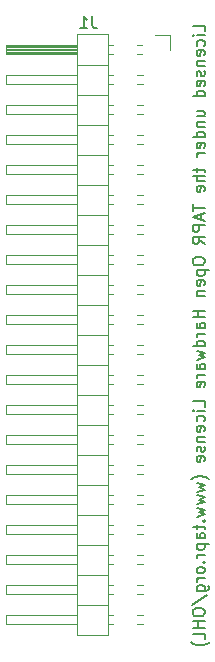
<source format=gbr>
%TF.GenerationSoftware,KiCad,Pcbnew,7.0.8*%
%TF.CreationDate,2023-11-02T18:43:55+01:00*%
%TF.ProjectId,eth,6574682e-6b69-4636-9164-5f7063625858,1*%
%TF.SameCoordinates,PX5f5e100PY7bfa480*%
%TF.FileFunction,Legend,Bot*%
%TF.FilePolarity,Positive*%
%FSLAX46Y46*%
G04 Gerber Fmt 4.6, Leading zero omitted, Abs format (unit mm)*
G04 Created by KiCad (PCBNEW 7.0.8) date 2023-11-02 18:43:55*
%MOMM*%
%LPD*%
G01*
G04 APERTURE LIST*
%ADD10C,0.150000*%
%ADD11C,0.120000*%
G04 APERTURE END LIST*
D10*
X15185819Y75694631D02*
X15185819Y76170821D01*
X15185819Y76170821D02*
X14185819Y76170821D01*
X15185819Y75361297D02*
X14519152Y75361297D01*
X14185819Y75361297D02*
X14233438Y75408916D01*
X14233438Y75408916D02*
X14281057Y75361297D01*
X14281057Y75361297D02*
X14233438Y75313678D01*
X14233438Y75313678D02*
X14185819Y75361297D01*
X14185819Y75361297D02*
X14281057Y75361297D01*
X15138200Y74456536D02*
X15185819Y74551774D01*
X15185819Y74551774D02*
X15185819Y74742250D01*
X15185819Y74742250D02*
X15138200Y74837488D01*
X15138200Y74837488D02*
X15090580Y74885107D01*
X15090580Y74885107D02*
X14995342Y74932726D01*
X14995342Y74932726D02*
X14709628Y74932726D01*
X14709628Y74932726D02*
X14614390Y74885107D01*
X14614390Y74885107D02*
X14566771Y74837488D01*
X14566771Y74837488D02*
X14519152Y74742250D01*
X14519152Y74742250D02*
X14519152Y74551774D01*
X14519152Y74551774D02*
X14566771Y74456536D01*
X15138200Y73647012D02*
X15185819Y73742250D01*
X15185819Y73742250D02*
X15185819Y73932726D01*
X15185819Y73932726D02*
X15138200Y74027964D01*
X15138200Y74027964D02*
X15042961Y74075583D01*
X15042961Y74075583D02*
X14662009Y74075583D01*
X14662009Y74075583D02*
X14566771Y74027964D01*
X14566771Y74027964D02*
X14519152Y73932726D01*
X14519152Y73932726D02*
X14519152Y73742250D01*
X14519152Y73742250D02*
X14566771Y73647012D01*
X14566771Y73647012D02*
X14662009Y73599393D01*
X14662009Y73599393D02*
X14757247Y73599393D01*
X14757247Y73599393D02*
X14852485Y74075583D01*
X14519152Y73170821D02*
X15185819Y73170821D01*
X14614390Y73170821D02*
X14566771Y73123202D01*
X14566771Y73123202D02*
X14519152Y73027964D01*
X14519152Y73027964D02*
X14519152Y72885107D01*
X14519152Y72885107D02*
X14566771Y72789869D01*
X14566771Y72789869D02*
X14662009Y72742250D01*
X14662009Y72742250D02*
X15185819Y72742250D01*
X15138200Y72313678D02*
X15185819Y72218440D01*
X15185819Y72218440D02*
X15185819Y72027964D01*
X15185819Y72027964D02*
X15138200Y71932726D01*
X15138200Y71932726D02*
X15042961Y71885107D01*
X15042961Y71885107D02*
X14995342Y71885107D01*
X14995342Y71885107D02*
X14900104Y71932726D01*
X14900104Y71932726D02*
X14852485Y72027964D01*
X14852485Y72027964D02*
X14852485Y72170821D01*
X14852485Y72170821D02*
X14804866Y72266059D01*
X14804866Y72266059D02*
X14709628Y72313678D01*
X14709628Y72313678D02*
X14662009Y72313678D01*
X14662009Y72313678D02*
X14566771Y72266059D01*
X14566771Y72266059D02*
X14519152Y72170821D01*
X14519152Y72170821D02*
X14519152Y72027964D01*
X14519152Y72027964D02*
X14566771Y71932726D01*
X15138200Y71075583D02*
X15185819Y71170821D01*
X15185819Y71170821D02*
X15185819Y71361297D01*
X15185819Y71361297D02*
X15138200Y71456535D01*
X15138200Y71456535D02*
X15042961Y71504154D01*
X15042961Y71504154D02*
X14662009Y71504154D01*
X14662009Y71504154D02*
X14566771Y71456535D01*
X14566771Y71456535D02*
X14519152Y71361297D01*
X14519152Y71361297D02*
X14519152Y71170821D01*
X14519152Y71170821D02*
X14566771Y71075583D01*
X14566771Y71075583D02*
X14662009Y71027964D01*
X14662009Y71027964D02*
X14757247Y71027964D01*
X14757247Y71027964D02*
X14852485Y71504154D01*
X15185819Y70170821D02*
X14185819Y70170821D01*
X15138200Y70170821D02*
X15185819Y70266059D01*
X15185819Y70266059D02*
X15185819Y70456535D01*
X15185819Y70456535D02*
X15138200Y70551773D01*
X15138200Y70551773D02*
X15090580Y70599392D01*
X15090580Y70599392D02*
X14995342Y70647011D01*
X14995342Y70647011D02*
X14709628Y70647011D01*
X14709628Y70647011D02*
X14614390Y70599392D01*
X14614390Y70599392D02*
X14566771Y70551773D01*
X14566771Y70551773D02*
X14519152Y70456535D01*
X14519152Y70456535D02*
X14519152Y70266059D01*
X14519152Y70266059D02*
X14566771Y70170821D01*
X14519152Y68504154D02*
X15185819Y68504154D01*
X14519152Y68932725D02*
X15042961Y68932725D01*
X15042961Y68932725D02*
X15138200Y68885106D01*
X15138200Y68885106D02*
X15185819Y68789868D01*
X15185819Y68789868D02*
X15185819Y68647011D01*
X15185819Y68647011D02*
X15138200Y68551773D01*
X15138200Y68551773D02*
X15090580Y68504154D01*
X14519152Y68027963D02*
X15185819Y68027963D01*
X14614390Y68027963D02*
X14566771Y67980344D01*
X14566771Y67980344D02*
X14519152Y67885106D01*
X14519152Y67885106D02*
X14519152Y67742249D01*
X14519152Y67742249D02*
X14566771Y67647011D01*
X14566771Y67647011D02*
X14662009Y67599392D01*
X14662009Y67599392D02*
X15185819Y67599392D01*
X15185819Y66694630D02*
X14185819Y66694630D01*
X15138200Y66694630D02*
X15185819Y66789868D01*
X15185819Y66789868D02*
X15185819Y66980344D01*
X15185819Y66980344D02*
X15138200Y67075582D01*
X15138200Y67075582D02*
X15090580Y67123201D01*
X15090580Y67123201D02*
X14995342Y67170820D01*
X14995342Y67170820D02*
X14709628Y67170820D01*
X14709628Y67170820D02*
X14614390Y67123201D01*
X14614390Y67123201D02*
X14566771Y67075582D01*
X14566771Y67075582D02*
X14519152Y66980344D01*
X14519152Y66980344D02*
X14519152Y66789868D01*
X14519152Y66789868D02*
X14566771Y66694630D01*
X15138200Y65837487D02*
X15185819Y65932725D01*
X15185819Y65932725D02*
X15185819Y66123201D01*
X15185819Y66123201D02*
X15138200Y66218439D01*
X15138200Y66218439D02*
X15042961Y66266058D01*
X15042961Y66266058D02*
X14662009Y66266058D01*
X14662009Y66266058D02*
X14566771Y66218439D01*
X14566771Y66218439D02*
X14519152Y66123201D01*
X14519152Y66123201D02*
X14519152Y65932725D01*
X14519152Y65932725D02*
X14566771Y65837487D01*
X14566771Y65837487D02*
X14662009Y65789868D01*
X14662009Y65789868D02*
X14757247Y65789868D01*
X14757247Y65789868D02*
X14852485Y66266058D01*
X15185819Y65361296D02*
X14519152Y65361296D01*
X14709628Y65361296D02*
X14614390Y65313677D01*
X14614390Y65313677D02*
X14566771Y65266058D01*
X14566771Y65266058D02*
X14519152Y65170820D01*
X14519152Y65170820D02*
X14519152Y65075582D01*
X14519152Y64123200D02*
X14519152Y63742248D01*
X14185819Y63980343D02*
X15042961Y63980343D01*
X15042961Y63980343D02*
X15138200Y63932724D01*
X15138200Y63932724D02*
X15185819Y63837486D01*
X15185819Y63837486D02*
X15185819Y63742248D01*
X15185819Y63408914D02*
X14185819Y63408914D01*
X15185819Y62980343D02*
X14662009Y62980343D01*
X14662009Y62980343D02*
X14566771Y63027962D01*
X14566771Y63027962D02*
X14519152Y63123200D01*
X14519152Y63123200D02*
X14519152Y63266057D01*
X14519152Y63266057D02*
X14566771Y63361295D01*
X14566771Y63361295D02*
X14614390Y63408914D01*
X15138200Y62123200D02*
X15185819Y62218438D01*
X15185819Y62218438D02*
X15185819Y62408914D01*
X15185819Y62408914D02*
X15138200Y62504152D01*
X15138200Y62504152D02*
X15042961Y62551771D01*
X15042961Y62551771D02*
X14662009Y62551771D01*
X14662009Y62551771D02*
X14566771Y62504152D01*
X14566771Y62504152D02*
X14519152Y62408914D01*
X14519152Y62408914D02*
X14519152Y62218438D01*
X14519152Y62218438D02*
X14566771Y62123200D01*
X14566771Y62123200D02*
X14662009Y62075581D01*
X14662009Y62075581D02*
X14757247Y62075581D01*
X14757247Y62075581D02*
X14852485Y62551771D01*
X14185819Y61027961D02*
X14185819Y60456533D01*
X15185819Y60742247D02*
X14185819Y60742247D01*
X14900104Y60170818D02*
X14900104Y59694628D01*
X15185819Y60266056D02*
X14185819Y59932723D01*
X14185819Y59932723D02*
X15185819Y59599390D01*
X15185819Y59266056D02*
X14185819Y59266056D01*
X14185819Y59266056D02*
X14185819Y58885104D01*
X14185819Y58885104D02*
X14233438Y58789866D01*
X14233438Y58789866D02*
X14281057Y58742247D01*
X14281057Y58742247D02*
X14376295Y58694628D01*
X14376295Y58694628D02*
X14519152Y58694628D01*
X14519152Y58694628D02*
X14614390Y58742247D01*
X14614390Y58742247D02*
X14662009Y58789866D01*
X14662009Y58789866D02*
X14709628Y58885104D01*
X14709628Y58885104D02*
X14709628Y59266056D01*
X15185819Y57694628D02*
X14709628Y58027961D01*
X15185819Y58266056D02*
X14185819Y58266056D01*
X14185819Y58266056D02*
X14185819Y57885104D01*
X14185819Y57885104D02*
X14233438Y57789866D01*
X14233438Y57789866D02*
X14281057Y57742247D01*
X14281057Y57742247D02*
X14376295Y57694628D01*
X14376295Y57694628D02*
X14519152Y57694628D01*
X14519152Y57694628D02*
X14614390Y57742247D01*
X14614390Y57742247D02*
X14662009Y57789866D01*
X14662009Y57789866D02*
X14709628Y57885104D01*
X14709628Y57885104D02*
X14709628Y58266056D01*
X14185819Y56313675D02*
X14185819Y56123199D01*
X14185819Y56123199D02*
X14233438Y56027961D01*
X14233438Y56027961D02*
X14328676Y55932723D01*
X14328676Y55932723D02*
X14519152Y55885104D01*
X14519152Y55885104D02*
X14852485Y55885104D01*
X14852485Y55885104D02*
X15042961Y55932723D01*
X15042961Y55932723D02*
X15138200Y56027961D01*
X15138200Y56027961D02*
X15185819Y56123199D01*
X15185819Y56123199D02*
X15185819Y56313675D01*
X15185819Y56313675D02*
X15138200Y56408913D01*
X15138200Y56408913D02*
X15042961Y56504151D01*
X15042961Y56504151D02*
X14852485Y56551770D01*
X14852485Y56551770D02*
X14519152Y56551770D01*
X14519152Y56551770D02*
X14328676Y56504151D01*
X14328676Y56504151D02*
X14233438Y56408913D01*
X14233438Y56408913D02*
X14185819Y56313675D01*
X14519152Y55456532D02*
X15519152Y55456532D01*
X14566771Y55456532D02*
X14519152Y55361294D01*
X14519152Y55361294D02*
X14519152Y55170818D01*
X14519152Y55170818D02*
X14566771Y55075580D01*
X14566771Y55075580D02*
X14614390Y55027961D01*
X14614390Y55027961D02*
X14709628Y54980342D01*
X14709628Y54980342D02*
X14995342Y54980342D01*
X14995342Y54980342D02*
X15090580Y55027961D01*
X15090580Y55027961D02*
X15138200Y55075580D01*
X15138200Y55075580D02*
X15185819Y55170818D01*
X15185819Y55170818D02*
X15185819Y55361294D01*
X15185819Y55361294D02*
X15138200Y55456532D01*
X15138200Y54170818D02*
X15185819Y54266056D01*
X15185819Y54266056D02*
X15185819Y54456532D01*
X15185819Y54456532D02*
X15138200Y54551770D01*
X15138200Y54551770D02*
X15042961Y54599389D01*
X15042961Y54599389D02*
X14662009Y54599389D01*
X14662009Y54599389D02*
X14566771Y54551770D01*
X14566771Y54551770D02*
X14519152Y54456532D01*
X14519152Y54456532D02*
X14519152Y54266056D01*
X14519152Y54266056D02*
X14566771Y54170818D01*
X14566771Y54170818D02*
X14662009Y54123199D01*
X14662009Y54123199D02*
X14757247Y54123199D01*
X14757247Y54123199D02*
X14852485Y54599389D01*
X14519152Y53694627D02*
X15185819Y53694627D01*
X14614390Y53694627D02*
X14566771Y53647008D01*
X14566771Y53647008D02*
X14519152Y53551770D01*
X14519152Y53551770D02*
X14519152Y53408913D01*
X14519152Y53408913D02*
X14566771Y53313675D01*
X14566771Y53313675D02*
X14662009Y53266056D01*
X14662009Y53266056D02*
X15185819Y53266056D01*
X15185819Y52027960D02*
X14185819Y52027960D01*
X14662009Y52027960D02*
X14662009Y51456532D01*
X15185819Y51456532D02*
X14185819Y51456532D01*
X15185819Y50551770D02*
X14662009Y50551770D01*
X14662009Y50551770D02*
X14566771Y50599389D01*
X14566771Y50599389D02*
X14519152Y50694627D01*
X14519152Y50694627D02*
X14519152Y50885103D01*
X14519152Y50885103D02*
X14566771Y50980341D01*
X15138200Y50551770D02*
X15185819Y50647008D01*
X15185819Y50647008D02*
X15185819Y50885103D01*
X15185819Y50885103D02*
X15138200Y50980341D01*
X15138200Y50980341D02*
X15042961Y51027960D01*
X15042961Y51027960D02*
X14947723Y51027960D01*
X14947723Y51027960D02*
X14852485Y50980341D01*
X14852485Y50980341D02*
X14804866Y50885103D01*
X14804866Y50885103D02*
X14804866Y50647008D01*
X14804866Y50647008D02*
X14757247Y50551770D01*
X15185819Y50075579D02*
X14519152Y50075579D01*
X14709628Y50075579D02*
X14614390Y50027960D01*
X14614390Y50027960D02*
X14566771Y49980341D01*
X14566771Y49980341D02*
X14519152Y49885103D01*
X14519152Y49885103D02*
X14519152Y49789865D01*
X15185819Y49027960D02*
X14185819Y49027960D01*
X15138200Y49027960D02*
X15185819Y49123198D01*
X15185819Y49123198D02*
X15185819Y49313674D01*
X15185819Y49313674D02*
X15138200Y49408912D01*
X15138200Y49408912D02*
X15090580Y49456531D01*
X15090580Y49456531D02*
X14995342Y49504150D01*
X14995342Y49504150D02*
X14709628Y49504150D01*
X14709628Y49504150D02*
X14614390Y49456531D01*
X14614390Y49456531D02*
X14566771Y49408912D01*
X14566771Y49408912D02*
X14519152Y49313674D01*
X14519152Y49313674D02*
X14519152Y49123198D01*
X14519152Y49123198D02*
X14566771Y49027960D01*
X14519152Y48647007D02*
X15185819Y48456531D01*
X15185819Y48456531D02*
X14709628Y48266055D01*
X14709628Y48266055D02*
X15185819Y48075579D01*
X15185819Y48075579D02*
X14519152Y47885103D01*
X15185819Y47075579D02*
X14662009Y47075579D01*
X14662009Y47075579D02*
X14566771Y47123198D01*
X14566771Y47123198D02*
X14519152Y47218436D01*
X14519152Y47218436D02*
X14519152Y47408912D01*
X14519152Y47408912D02*
X14566771Y47504150D01*
X15138200Y47075579D02*
X15185819Y47170817D01*
X15185819Y47170817D02*
X15185819Y47408912D01*
X15185819Y47408912D02*
X15138200Y47504150D01*
X15138200Y47504150D02*
X15042961Y47551769D01*
X15042961Y47551769D02*
X14947723Y47551769D01*
X14947723Y47551769D02*
X14852485Y47504150D01*
X14852485Y47504150D02*
X14804866Y47408912D01*
X14804866Y47408912D02*
X14804866Y47170817D01*
X14804866Y47170817D02*
X14757247Y47075579D01*
X15185819Y46599388D02*
X14519152Y46599388D01*
X14709628Y46599388D02*
X14614390Y46551769D01*
X14614390Y46551769D02*
X14566771Y46504150D01*
X14566771Y46504150D02*
X14519152Y46408912D01*
X14519152Y46408912D02*
X14519152Y46313674D01*
X15138200Y45599388D02*
X15185819Y45694626D01*
X15185819Y45694626D02*
X15185819Y45885102D01*
X15185819Y45885102D02*
X15138200Y45980340D01*
X15138200Y45980340D02*
X15042961Y46027959D01*
X15042961Y46027959D02*
X14662009Y46027959D01*
X14662009Y46027959D02*
X14566771Y45980340D01*
X14566771Y45980340D02*
X14519152Y45885102D01*
X14519152Y45885102D02*
X14519152Y45694626D01*
X14519152Y45694626D02*
X14566771Y45599388D01*
X14566771Y45599388D02*
X14662009Y45551769D01*
X14662009Y45551769D02*
X14757247Y45551769D01*
X14757247Y45551769D02*
X14852485Y46027959D01*
X15185819Y43885102D02*
X15185819Y44361292D01*
X15185819Y44361292D02*
X14185819Y44361292D01*
X15185819Y43551768D02*
X14519152Y43551768D01*
X14185819Y43551768D02*
X14233438Y43599387D01*
X14233438Y43599387D02*
X14281057Y43551768D01*
X14281057Y43551768D02*
X14233438Y43504149D01*
X14233438Y43504149D02*
X14185819Y43551768D01*
X14185819Y43551768D02*
X14281057Y43551768D01*
X15138200Y42647007D02*
X15185819Y42742245D01*
X15185819Y42742245D02*
X15185819Y42932721D01*
X15185819Y42932721D02*
X15138200Y43027959D01*
X15138200Y43027959D02*
X15090580Y43075578D01*
X15090580Y43075578D02*
X14995342Y43123197D01*
X14995342Y43123197D02*
X14709628Y43123197D01*
X14709628Y43123197D02*
X14614390Y43075578D01*
X14614390Y43075578D02*
X14566771Y43027959D01*
X14566771Y43027959D02*
X14519152Y42932721D01*
X14519152Y42932721D02*
X14519152Y42742245D01*
X14519152Y42742245D02*
X14566771Y42647007D01*
X15138200Y41837483D02*
X15185819Y41932721D01*
X15185819Y41932721D02*
X15185819Y42123197D01*
X15185819Y42123197D02*
X15138200Y42218435D01*
X15138200Y42218435D02*
X15042961Y42266054D01*
X15042961Y42266054D02*
X14662009Y42266054D01*
X14662009Y42266054D02*
X14566771Y42218435D01*
X14566771Y42218435D02*
X14519152Y42123197D01*
X14519152Y42123197D02*
X14519152Y41932721D01*
X14519152Y41932721D02*
X14566771Y41837483D01*
X14566771Y41837483D02*
X14662009Y41789864D01*
X14662009Y41789864D02*
X14757247Y41789864D01*
X14757247Y41789864D02*
X14852485Y42266054D01*
X14519152Y41361292D02*
X15185819Y41361292D01*
X14614390Y41361292D02*
X14566771Y41313673D01*
X14566771Y41313673D02*
X14519152Y41218435D01*
X14519152Y41218435D02*
X14519152Y41075578D01*
X14519152Y41075578D02*
X14566771Y40980340D01*
X14566771Y40980340D02*
X14662009Y40932721D01*
X14662009Y40932721D02*
X15185819Y40932721D01*
X15138200Y40504149D02*
X15185819Y40408911D01*
X15185819Y40408911D02*
X15185819Y40218435D01*
X15185819Y40218435D02*
X15138200Y40123197D01*
X15138200Y40123197D02*
X15042961Y40075578D01*
X15042961Y40075578D02*
X14995342Y40075578D01*
X14995342Y40075578D02*
X14900104Y40123197D01*
X14900104Y40123197D02*
X14852485Y40218435D01*
X14852485Y40218435D02*
X14852485Y40361292D01*
X14852485Y40361292D02*
X14804866Y40456530D01*
X14804866Y40456530D02*
X14709628Y40504149D01*
X14709628Y40504149D02*
X14662009Y40504149D01*
X14662009Y40504149D02*
X14566771Y40456530D01*
X14566771Y40456530D02*
X14519152Y40361292D01*
X14519152Y40361292D02*
X14519152Y40218435D01*
X14519152Y40218435D02*
X14566771Y40123197D01*
X15138200Y39266054D02*
X15185819Y39361292D01*
X15185819Y39361292D02*
X15185819Y39551768D01*
X15185819Y39551768D02*
X15138200Y39647006D01*
X15138200Y39647006D02*
X15042961Y39694625D01*
X15042961Y39694625D02*
X14662009Y39694625D01*
X14662009Y39694625D02*
X14566771Y39647006D01*
X14566771Y39647006D02*
X14519152Y39551768D01*
X14519152Y39551768D02*
X14519152Y39361292D01*
X14519152Y39361292D02*
X14566771Y39266054D01*
X14566771Y39266054D02*
X14662009Y39218435D01*
X14662009Y39218435D02*
X14757247Y39218435D01*
X14757247Y39218435D02*
X14852485Y39694625D01*
X15566771Y37742244D02*
X15519152Y37789863D01*
X15519152Y37789863D02*
X15376295Y37885101D01*
X15376295Y37885101D02*
X15281057Y37932720D01*
X15281057Y37932720D02*
X15138200Y37980339D01*
X15138200Y37980339D02*
X14900104Y38027958D01*
X14900104Y38027958D02*
X14709628Y38027958D01*
X14709628Y38027958D02*
X14471533Y37980339D01*
X14471533Y37980339D02*
X14328676Y37932720D01*
X14328676Y37932720D02*
X14233438Y37885101D01*
X14233438Y37885101D02*
X14090580Y37789863D01*
X14090580Y37789863D02*
X14042961Y37742244D01*
X14519152Y37456529D02*
X15185819Y37266053D01*
X15185819Y37266053D02*
X14709628Y37075577D01*
X14709628Y37075577D02*
X15185819Y36885101D01*
X15185819Y36885101D02*
X14519152Y36694625D01*
X14519152Y36408910D02*
X15185819Y36218434D01*
X15185819Y36218434D02*
X14709628Y36027958D01*
X14709628Y36027958D02*
X15185819Y35837482D01*
X15185819Y35837482D02*
X14519152Y35647006D01*
X14519152Y35361291D02*
X15185819Y35170815D01*
X15185819Y35170815D02*
X14709628Y34980339D01*
X14709628Y34980339D02*
X15185819Y34789863D01*
X15185819Y34789863D02*
X14519152Y34599387D01*
X15090580Y34218434D02*
X15138200Y34170815D01*
X15138200Y34170815D02*
X15185819Y34218434D01*
X15185819Y34218434D02*
X15138200Y34266053D01*
X15138200Y34266053D02*
X15090580Y34218434D01*
X15090580Y34218434D02*
X15185819Y34218434D01*
X14519152Y33885101D02*
X14519152Y33504149D01*
X14185819Y33742244D02*
X15042961Y33742244D01*
X15042961Y33742244D02*
X15138200Y33694625D01*
X15138200Y33694625D02*
X15185819Y33599387D01*
X15185819Y33599387D02*
X15185819Y33504149D01*
X15185819Y32742244D02*
X14662009Y32742244D01*
X14662009Y32742244D02*
X14566771Y32789863D01*
X14566771Y32789863D02*
X14519152Y32885101D01*
X14519152Y32885101D02*
X14519152Y33075577D01*
X14519152Y33075577D02*
X14566771Y33170815D01*
X15138200Y32742244D02*
X15185819Y32837482D01*
X15185819Y32837482D02*
X15185819Y33075577D01*
X15185819Y33075577D02*
X15138200Y33170815D01*
X15138200Y33170815D02*
X15042961Y33218434D01*
X15042961Y33218434D02*
X14947723Y33218434D01*
X14947723Y33218434D02*
X14852485Y33170815D01*
X14852485Y33170815D02*
X14804866Y33075577D01*
X14804866Y33075577D02*
X14804866Y32837482D01*
X14804866Y32837482D02*
X14757247Y32742244D01*
X14519152Y32266053D02*
X15519152Y32266053D01*
X14566771Y32266053D02*
X14519152Y32170815D01*
X14519152Y32170815D02*
X14519152Y31980339D01*
X14519152Y31980339D02*
X14566771Y31885101D01*
X14566771Y31885101D02*
X14614390Y31837482D01*
X14614390Y31837482D02*
X14709628Y31789863D01*
X14709628Y31789863D02*
X14995342Y31789863D01*
X14995342Y31789863D02*
X15090580Y31837482D01*
X15090580Y31837482D02*
X15138200Y31885101D01*
X15138200Y31885101D02*
X15185819Y31980339D01*
X15185819Y31980339D02*
X15185819Y32170815D01*
X15185819Y32170815D02*
X15138200Y32266053D01*
X15185819Y31361291D02*
X14519152Y31361291D01*
X14709628Y31361291D02*
X14614390Y31313672D01*
X14614390Y31313672D02*
X14566771Y31266053D01*
X14566771Y31266053D02*
X14519152Y31170815D01*
X14519152Y31170815D02*
X14519152Y31075577D01*
X15090580Y30742243D02*
X15138200Y30694624D01*
X15138200Y30694624D02*
X15185819Y30742243D01*
X15185819Y30742243D02*
X15138200Y30789862D01*
X15138200Y30789862D02*
X15090580Y30742243D01*
X15090580Y30742243D02*
X15185819Y30742243D01*
X15185819Y30123196D02*
X15138200Y30218434D01*
X15138200Y30218434D02*
X15090580Y30266053D01*
X15090580Y30266053D02*
X14995342Y30313672D01*
X14995342Y30313672D02*
X14709628Y30313672D01*
X14709628Y30313672D02*
X14614390Y30266053D01*
X14614390Y30266053D02*
X14566771Y30218434D01*
X14566771Y30218434D02*
X14519152Y30123196D01*
X14519152Y30123196D02*
X14519152Y29980339D01*
X14519152Y29980339D02*
X14566771Y29885101D01*
X14566771Y29885101D02*
X14614390Y29837482D01*
X14614390Y29837482D02*
X14709628Y29789863D01*
X14709628Y29789863D02*
X14995342Y29789863D01*
X14995342Y29789863D02*
X15090580Y29837482D01*
X15090580Y29837482D02*
X15138200Y29885101D01*
X15138200Y29885101D02*
X15185819Y29980339D01*
X15185819Y29980339D02*
X15185819Y30123196D01*
X15185819Y29361291D02*
X14519152Y29361291D01*
X14709628Y29361291D02*
X14614390Y29313672D01*
X14614390Y29313672D02*
X14566771Y29266053D01*
X14566771Y29266053D02*
X14519152Y29170815D01*
X14519152Y29170815D02*
X14519152Y29075577D01*
X14519152Y28313672D02*
X15328676Y28313672D01*
X15328676Y28313672D02*
X15423914Y28361291D01*
X15423914Y28361291D02*
X15471533Y28408910D01*
X15471533Y28408910D02*
X15519152Y28504148D01*
X15519152Y28504148D02*
X15519152Y28647005D01*
X15519152Y28647005D02*
X15471533Y28742243D01*
X15138200Y28313672D02*
X15185819Y28408910D01*
X15185819Y28408910D02*
X15185819Y28599386D01*
X15185819Y28599386D02*
X15138200Y28694624D01*
X15138200Y28694624D02*
X15090580Y28742243D01*
X15090580Y28742243D02*
X14995342Y28789862D01*
X14995342Y28789862D02*
X14709628Y28789862D01*
X14709628Y28789862D02*
X14614390Y28742243D01*
X14614390Y28742243D02*
X14566771Y28694624D01*
X14566771Y28694624D02*
X14519152Y28599386D01*
X14519152Y28599386D02*
X14519152Y28408910D01*
X14519152Y28408910D02*
X14566771Y28313672D01*
X14138200Y27123196D02*
X15423914Y27980338D01*
X14185819Y26599386D02*
X14185819Y26408910D01*
X14185819Y26408910D02*
X14233438Y26313672D01*
X14233438Y26313672D02*
X14328676Y26218434D01*
X14328676Y26218434D02*
X14519152Y26170815D01*
X14519152Y26170815D02*
X14852485Y26170815D01*
X14852485Y26170815D02*
X15042961Y26218434D01*
X15042961Y26218434D02*
X15138200Y26313672D01*
X15138200Y26313672D02*
X15185819Y26408910D01*
X15185819Y26408910D02*
X15185819Y26599386D01*
X15185819Y26599386D02*
X15138200Y26694624D01*
X15138200Y26694624D02*
X15042961Y26789862D01*
X15042961Y26789862D02*
X14852485Y26837481D01*
X14852485Y26837481D02*
X14519152Y26837481D01*
X14519152Y26837481D02*
X14328676Y26789862D01*
X14328676Y26789862D02*
X14233438Y26694624D01*
X14233438Y26694624D02*
X14185819Y26599386D01*
X15185819Y25742243D02*
X14185819Y25742243D01*
X14662009Y25742243D02*
X14662009Y25170815D01*
X15185819Y25170815D02*
X14185819Y25170815D01*
X15185819Y24218434D02*
X15185819Y24694624D01*
X15185819Y24694624D02*
X14185819Y24694624D01*
X15566771Y23980338D02*
X15519152Y23932719D01*
X15519152Y23932719D02*
X15376295Y23837481D01*
X15376295Y23837481D02*
X15281057Y23789862D01*
X15281057Y23789862D02*
X15138200Y23742243D01*
X15138200Y23742243D02*
X14900104Y23694624D01*
X14900104Y23694624D02*
X14709628Y23694624D01*
X14709628Y23694624D02*
X14471533Y23742243D01*
X14471533Y23742243D02*
X14328676Y23789862D01*
X14328676Y23789862D02*
X14233438Y23837481D01*
X14233438Y23837481D02*
X14090580Y23932719D01*
X14090580Y23932719D02*
X14042961Y23980338D01*
X5678333Y76945181D02*
X5678333Y76230896D01*
X5678333Y76230896D02*
X5725952Y76088039D01*
X5725952Y76088039D02*
X5821190Y75992800D01*
X5821190Y75992800D02*
X5964047Y75945181D01*
X5964047Y75945181D02*
X6059285Y75945181D01*
X4678333Y75945181D02*
X5249761Y75945181D01*
X4964047Y75945181D02*
X4964047Y76945181D01*
X4964047Y76945181D02*
X5059285Y76802324D01*
X5059285Y76802324D02*
X5154523Y76707086D01*
X5154523Y76707086D02*
X5249761Y76659467D01*
D11*
%TO.C,J1*%
X12270000Y74130000D02*
X12270000Y75400000D01*
X12270000Y75400000D02*
X11000000Y75400000D01*
X9957071Y25490000D02*
X9502929Y25490000D01*
X9957071Y26250000D02*
X9502929Y26250000D01*
X9957071Y28030000D02*
X9502929Y28030000D01*
X9957071Y28790000D02*
X9502929Y28790000D01*
X9957071Y30570000D02*
X9502929Y30570000D01*
X9957071Y31330000D02*
X9502929Y31330000D01*
X9957071Y33110000D02*
X9502929Y33110000D01*
X9957071Y33870000D02*
X9502929Y33870000D01*
X9957071Y35650000D02*
X9502929Y35650000D01*
X9957071Y36410000D02*
X9502929Y36410000D01*
X9957071Y38190000D02*
X9502929Y38190000D01*
X9957071Y38950000D02*
X9502929Y38950000D01*
X9957071Y40730000D02*
X9502929Y40730000D01*
X9957071Y41490000D02*
X9502929Y41490000D01*
X9957071Y43270000D02*
X9502929Y43270000D01*
X9957071Y44030000D02*
X9502929Y44030000D01*
X9957071Y45810000D02*
X9502929Y45810000D01*
X9957071Y46570000D02*
X9502929Y46570000D01*
X9957071Y48350000D02*
X9502929Y48350000D01*
X9957071Y49110000D02*
X9502929Y49110000D01*
X9957071Y50890000D02*
X9502929Y50890000D01*
X9957071Y51650000D02*
X9502929Y51650000D01*
X9957071Y53430000D02*
X9502929Y53430000D01*
X9957071Y54190000D02*
X9502929Y54190000D01*
X9957071Y55970000D02*
X9502929Y55970000D01*
X9957071Y56730000D02*
X9502929Y56730000D01*
X9957071Y58510000D02*
X9502929Y58510000D01*
X9957071Y59270000D02*
X9502929Y59270000D01*
X9957071Y61050000D02*
X9502929Y61050000D01*
X9957071Y61810000D02*
X9502929Y61810000D01*
X9957071Y63590000D02*
X9502929Y63590000D01*
X9957071Y64350000D02*
X9502929Y64350000D01*
X9957071Y66130000D02*
X9502929Y66130000D01*
X9957071Y66890000D02*
X9502929Y66890000D01*
X9957071Y68670000D02*
X9502929Y68670000D01*
X9957071Y69430000D02*
X9502929Y69430000D01*
X9957071Y71210000D02*
X9502929Y71210000D01*
X9957071Y71970000D02*
X9502929Y71970000D01*
X9890000Y73750000D02*
X9502929Y73750000D01*
X9890000Y74510000D02*
X9502929Y74510000D01*
X7417071Y25490000D02*
X7020000Y25490000D01*
X7417071Y26250000D02*
X7020000Y26250000D01*
X7417071Y28030000D02*
X7020000Y28030000D01*
X7417071Y28790000D02*
X7020000Y28790000D01*
X7417071Y30570000D02*
X7020000Y30570000D01*
X7417071Y31330000D02*
X7020000Y31330000D01*
X7417071Y33110000D02*
X7020000Y33110000D01*
X7417071Y33870000D02*
X7020000Y33870000D01*
X7417071Y35650000D02*
X7020000Y35650000D01*
X7417071Y36410000D02*
X7020000Y36410000D01*
X7417071Y38190000D02*
X7020000Y38190000D01*
X7417071Y38950000D02*
X7020000Y38950000D01*
X7417071Y40730000D02*
X7020000Y40730000D01*
X7417071Y41490000D02*
X7020000Y41490000D01*
X7417071Y43270000D02*
X7020000Y43270000D01*
X7417071Y44030000D02*
X7020000Y44030000D01*
X7417071Y45810000D02*
X7020000Y45810000D01*
X7417071Y46570000D02*
X7020000Y46570000D01*
X7417071Y48350000D02*
X7020000Y48350000D01*
X7417071Y49110000D02*
X7020000Y49110000D01*
X7417071Y50890000D02*
X7020000Y50890000D01*
X7417071Y51650000D02*
X7020000Y51650000D01*
X7417071Y53430000D02*
X7020000Y53430000D01*
X7417071Y54190000D02*
X7020000Y54190000D01*
X7417071Y55970000D02*
X7020000Y55970000D01*
X7417071Y56730000D02*
X7020000Y56730000D01*
X7417071Y58510000D02*
X7020000Y58510000D01*
X7417071Y59270000D02*
X7020000Y59270000D01*
X7417071Y61050000D02*
X7020000Y61050000D01*
X7417071Y61810000D02*
X7020000Y61810000D01*
X7417071Y63590000D02*
X7020000Y63590000D01*
X7417071Y64350000D02*
X7020000Y64350000D01*
X7417071Y66130000D02*
X7020000Y66130000D01*
X7417071Y66890000D02*
X7020000Y66890000D01*
X7417071Y68670000D02*
X7020000Y68670000D01*
X7417071Y69430000D02*
X7020000Y69430000D01*
X7417071Y71210000D02*
X7020000Y71210000D01*
X7417071Y71970000D02*
X7020000Y71970000D01*
X7417071Y73750000D02*
X7020000Y73750000D01*
X7417071Y74510000D02*
X7020000Y74510000D01*
X7020000Y24540000D02*
X4360000Y24540000D01*
X7020000Y27140000D02*
X4360000Y27140000D01*
X7020000Y29680000D02*
X4360000Y29680000D01*
X7020000Y32220000D02*
X4360000Y32220000D01*
X7020000Y34760000D02*
X4360000Y34760000D01*
X7020000Y37300000D02*
X4360000Y37300000D01*
X7020000Y39840000D02*
X4360000Y39840000D01*
X7020000Y42380000D02*
X4360000Y42380000D01*
X7020000Y44920000D02*
X4360000Y44920000D01*
X7020000Y47460000D02*
X4360000Y47460000D01*
X7020000Y50000000D02*
X4360000Y50000000D01*
X7020000Y52540000D02*
X4360000Y52540000D01*
X7020000Y55080000D02*
X4360000Y55080000D01*
X7020000Y57620000D02*
X4360000Y57620000D01*
X7020000Y60160000D02*
X4360000Y60160000D01*
X7020000Y62700000D02*
X4360000Y62700000D01*
X7020000Y65240000D02*
X4360000Y65240000D01*
X7020000Y67780000D02*
X4360000Y67780000D01*
X7020000Y70320000D02*
X4360000Y70320000D01*
X7020000Y72860000D02*
X4360000Y72860000D01*
X7020000Y75460000D02*
X7020000Y24540000D01*
X4360000Y24540000D02*
X4360000Y75460000D01*
X4360000Y26250000D02*
X-1640000Y26250000D01*
X4360000Y28790000D02*
X-1640000Y28790000D01*
X4360000Y31330000D02*
X-1640000Y31330000D01*
X4360000Y33870000D02*
X-1640000Y33870000D01*
X4360000Y36410000D02*
X-1640000Y36410000D01*
X4360000Y38950000D02*
X-1640000Y38950000D01*
X4360000Y41490000D02*
X-1640000Y41490000D01*
X4360000Y44030000D02*
X-1640000Y44030000D01*
X4360000Y46570000D02*
X-1640000Y46570000D01*
X4360000Y49110000D02*
X-1640000Y49110000D01*
X4360000Y51650000D02*
X-1640000Y51650000D01*
X4360000Y54190000D02*
X-1640000Y54190000D01*
X4360000Y56730000D02*
X-1640000Y56730000D01*
X4360000Y59270000D02*
X-1640000Y59270000D01*
X4360000Y61810000D02*
X-1640000Y61810000D01*
X4360000Y64350000D02*
X-1640000Y64350000D01*
X4360000Y66890000D02*
X-1640000Y66890000D01*
X4360000Y69430000D02*
X-1640000Y69430000D01*
X4360000Y71970000D02*
X-1640000Y71970000D01*
X4360000Y73850000D02*
X-1640000Y73850000D01*
X4360000Y73970000D02*
X-1640000Y73970000D01*
X4360000Y74090000D02*
X-1640000Y74090000D01*
X4360000Y74210000D02*
X-1640000Y74210000D01*
X4360000Y74330000D02*
X-1640000Y74330000D01*
X4360000Y74450000D02*
X-1640000Y74450000D01*
X4360000Y74510000D02*
X-1640000Y74510000D01*
X4360000Y75460000D02*
X7020000Y75460000D01*
X-1640000Y25490000D02*
X4360000Y25490000D01*
X-1640000Y26250000D02*
X-1640000Y25490000D01*
X-1640000Y28030000D02*
X4360000Y28030000D01*
X-1640000Y28790000D02*
X-1640000Y28030000D01*
X-1640000Y30570000D02*
X4360000Y30570000D01*
X-1640000Y31330000D02*
X-1640000Y30570000D01*
X-1640000Y33110000D02*
X4360000Y33110000D01*
X-1640000Y33870000D02*
X-1640000Y33110000D01*
X-1640000Y35650000D02*
X4360000Y35650000D01*
X-1640000Y36410000D02*
X-1640000Y35650000D01*
X-1640000Y38190000D02*
X4360000Y38190000D01*
X-1640000Y38950000D02*
X-1640000Y38190000D01*
X-1640000Y40730000D02*
X4360000Y40730000D01*
X-1640000Y41490000D02*
X-1640000Y40730000D01*
X-1640000Y43270000D02*
X4360000Y43270000D01*
X-1640000Y44030000D02*
X-1640000Y43270000D01*
X-1640000Y45810000D02*
X4360000Y45810000D01*
X-1640000Y46570000D02*
X-1640000Y45810000D01*
X-1640000Y48350000D02*
X4360000Y48350000D01*
X-1640000Y49110000D02*
X-1640000Y48350000D01*
X-1640000Y50890000D02*
X4360000Y50890000D01*
X-1640000Y51650000D02*
X-1640000Y50890000D01*
X-1640000Y53430000D02*
X4360000Y53430000D01*
X-1640000Y54190000D02*
X-1640000Y53430000D01*
X-1640000Y55970000D02*
X4360000Y55970000D01*
X-1640000Y56730000D02*
X-1640000Y55970000D01*
X-1640000Y58510000D02*
X4360000Y58510000D01*
X-1640000Y59270000D02*
X-1640000Y58510000D01*
X-1640000Y61050000D02*
X4360000Y61050000D01*
X-1640000Y61810000D02*
X-1640000Y61050000D01*
X-1640000Y63590000D02*
X4360000Y63590000D01*
X-1640000Y64350000D02*
X-1640000Y63590000D01*
X-1640000Y66130000D02*
X4360000Y66130000D01*
X-1640000Y66890000D02*
X-1640000Y66130000D01*
X-1640000Y68670000D02*
X4360000Y68670000D01*
X-1640000Y69430000D02*
X-1640000Y68670000D01*
X-1640000Y71210000D02*
X4360000Y71210000D01*
X-1640000Y71970000D02*
X-1640000Y71210000D01*
X-1640000Y73750000D02*
X4360000Y73750000D01*
X-1640000Y74510000D02*
X-1640000Y73750000D01*
%TD*%
M02*

</source>
